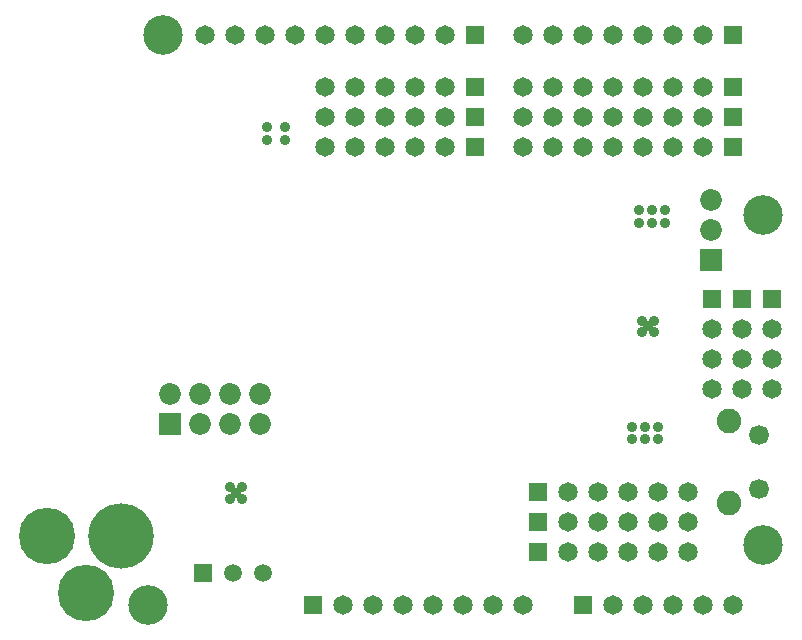
<source format=gbr>
G04 #@! TF.FileFunction,Soldermask,Bot*
%FSLAX46Y46*%
G04 Gerber Fmt 4.6, Leading zero omitted, Abs format (unit mm)*
G04 Created by KiCad (PCBNEW 4.0.2+e4-6225~38~ubuntu16.04.1-stable) date jue 21 jul 2016 15:57:36 CEST*
%MOMM*%
G01*
G04 APERTURE LIST*
%ADD10C,0.100000*%
%ADD11C,4.770000*%
%ADD12C,5.530000*%
%ADD13R,1.650000X1.650000*%
%ADD14C,1.650000*%
%ADD15R,1.520000X1.520000*%
%ADD16C,1.520000*%
%ADD17C,1.690000*%
%ADD18C,2.080000*%
%ADD19R,1.850000X1.850000*%
%ADD20C,1.850000*%
%ADD21C,3.350000*%
%ADD22C,0.890000*%
G04 APERTURE END LIST*
D10*
D11*
X5410200Y8356600D03*
D12*
X11658600Y8356600D03*
D11*
X8661400Y3556000D03*
D13*
X41656000Y50800000D03*
D14*
X39116000Y50800000D03*
X36576000Y50800000D03*
X34036000Y50800000D03*
X31496000Y50800000D03*
X28956000Y50800000D03*
X26416000Y50800000D03*
X23876000Y50800000D03*
X21336000Y50800000D03*
X18796000Y50800000D03*
D13*
X41656000Y46355000D03*
D14*
X39116000Y46355000D03*
X36576000Y46355000D03*
X34036000Y46355000D03*
X31496000Y46355000D03*
X28956000Y46355000D03*
D13*
X41656000Y43815000D03*
D14*
X39116000Y43815000D03*
X36576000Y43815000D03*
X34036000Y43815000D03*
X31496000Y43815000D03*
X28956000Y43815000D03*
D13*
X41656000Y41275000D03*
D14*
X39116000Y41275000D03*
X36576000Y41275000D03*
X34036000Y41275000D03*
X31496000Y41275000D03*
X28956000Y41275000D03*
D13*
X63500000Y50800000D03*
D14*
X60960000Y50800000D03*
X58420000Y50800000D03*
X55880000Y50800000D03*
X53340000Y50800000D03*
X50800000Y50800000D03*
X48260000Y50800000D03*
X45720000Y50800000D03*
D13*
X63500000Y46355000D03*
D14*
X60960000Y46355000D03*
X58420000Y46355000D03*
X55880000Y46355000D03*
X53340000Y46355000D03*
X50800000Y46355000D03*
X48260000Y46355000D03*
X45720000Y46355000D03*
D13*
X63500000Y43815000D03*
D14*
X60960000Y43815000D03*
X58420000Y43815000D03*
X55880000Y43815000D03*
X53340000Y43815000D03*
X50800000Y43815000D03*
X48260000Y43815000D03*
X45720000Y43815000D03*
D13*
X63500000Y41275000D03*
D14*
X60960000Y41275000D03*
X58420000Y41275000D03*
X55880000Y41275000D03*
X53340000Y41275000D03*
X50800000Y41275000D03*
X48260000Y41275000D03*
X45720000Y41275000D03*
D15*
X18554700Y5207000D03*
D16*
X21094700Y5207000D03*
X23634700Y5207000D03*
D13*
X46990000Y6985000D03*
D14*
X49530000Y6985000D03*
X52070000Y6985000D03*
X54610000Y6985000D03*
X57150000Y6985000D03*
X59690000Y6985000D03*
D13*
X46990000Y12065000D03*
D14*
X49530000Y12065000D03*
X52070000Y12065000D03*
X54610000Y12065000D03*
X57150000Y12065000D03*
X59690000Y12065000D03*
D13*
X46990000Y9525000D03*
D14*
X49530000Y9525000D03*
X52070000Y9525000D03*
X54610000Y9525000D03*
X57150000Y9525000D03*
X59690000Y9525000D03*
D17*
X65659000Y16891000D03*
X65659000Y12382500D03*
D18*
X63157100Y18148300D03*
X63157100Y11137900D03*
D19*
X61569600Y31788100D03*
D20*
X61569600Y34328100D03*
X61569600Y36868100D03*
D13*
X66738500Y28422600D03*
D14*
X66738500Y25882600D03*
X66738500Y23342600D03*
X66738500Y20802600D03*
D13*
X64198500Y28422600D03*
D14*
X64198500Y25882600D03*
X64198500Y23342600D03*
X64198500Y20802600D03*
D13*
X61658500Y28422600D03*
D14*
X61658500Y25882600D03*
X61658500Y23342600D03*
X61658500Y20802600D03*
D13*
X27940000Y2540000D03*
D14*
X30480000Y2540000D03*
X33020000Y2540000D03*
X35560000Y2540000D03*
X38100000Y2540000D03*
X40640000Y2540000D03*
X43180000Y2540000D03*
X45720000Y2540000D03*
D13*
X50800000Y2540000D03*
D14*
X53340000Y2540000D03*
X55880000Y2540000D03*
X58420000Y2540000D03*
X60960000Y2540000D03*
X63500000Y2540000D03*
D19*
X15786100Y17830800D03*
D20*
X15786100Y20370800D03*
X18326100Y17830800D03*
X18326100Y20370800D03*
X20866100Y17830800D03*
X20866100Y20370800D03*
X23406100Y17830800D03*
X23406100Y20370800D03*
D21*
X15240000Y50800000D03*
X66040000Y35560000D03*
X66040000Y7620000D03*
X13970000Y2540000D03*
D22*
X23990000Y43000000D03*
X25500000Y43000000D03*
X24000000Y41900000D03*
X25500000Y41900000D03*
X20910000Y12530000D03*
X21910000Y12530000D03*
X21420000Y12030000D03*
X20910000Y11530000D03*
X21910000Y11530000D03*
X55470000Y35940000D03*
X56570000Y35940000D03*
X57670000Y35950000D03*
X55470000Y34840000D03*
X56570000Y34840000D03*
X57670000Y34840000D03*
X54900000Y17650000D03*
X56000000Y17640000D03*
X57090000Y17650000D03*
X54900000Y16550000D03*
X56000000Y16550000D03*
X57100000Y16550000D03*
X55770000Y26610000D03*
X56770000Y26620000D03*
X56280000Y26190000D03*
X55770000Y25690000D03*
X56770000Y25690000D03*
M02*

</source>
